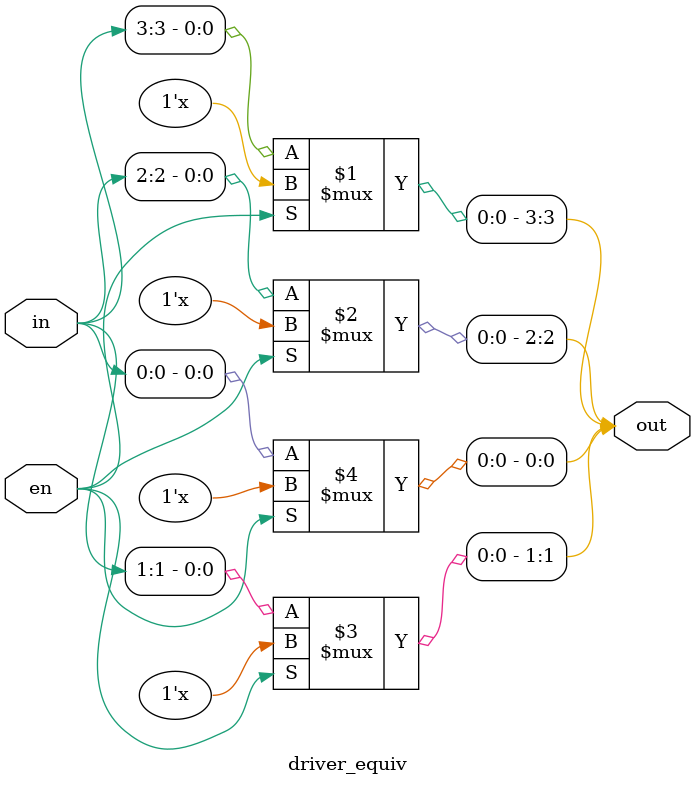
<source format=sv>
module driver (in, out, en);
input [3:0] in;
output [3:0] out;
input
en;
bufif0 ar[3:0] (out, in, en); // array of three-state buffers
endmodule

module driver_equiv (in, out, en);
input [3:0] in;
output [3:0] out;
input en;
bufif0 ar3 (out[3],in[3],en); 
bufif0 ar2 (out[2],in[2],en);
bufif0 ar1 (out[1],in[1],en);
bufif0 ar0 (out[0],in[0],en);

endmodule

</source>
